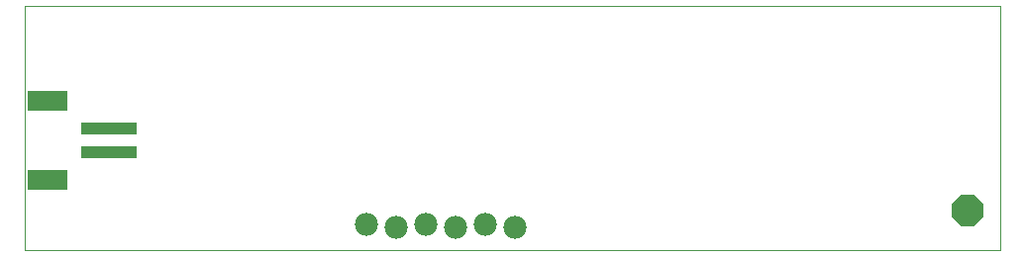
<source format=gbs>
G75*
%MOIN*%
%OFA0B0*%
%FSLAX25Y25*%
%IPPOS*%
%LPD*%
%AMOC8*
5,1,8,0,0,1.08239X$1,22.5*
%
%ADD10C,0.00000*%
%ADD11OC8,0.10400*%
%ADD12R,0.18510X0.04337*%
%ADD13R,0.13786X0.06699*%
%ADD14C,0.07800*%
D10*
X0015433Y0071025D02*
X0015433Y0153387D01*
X0343780Y0153387D01*
X0343780Y0071025D01*
X0015433Y0071025D01*
D11*
X0333032Y0084372D03*
D12*
X0043780Y0104096D03*
X0043780Y0111970D03*
D13*
X0023307Y0121419D03*
X0023307Y0094647D03*
D14*
X0130394Y0079687D03*
X0140394Y0078687D03*
X0150394Y0079687D03*
X0160394Y0078687D03*
X0170394Y0079687D03*
X0180394Y0078687D03*
M02*

</source>
